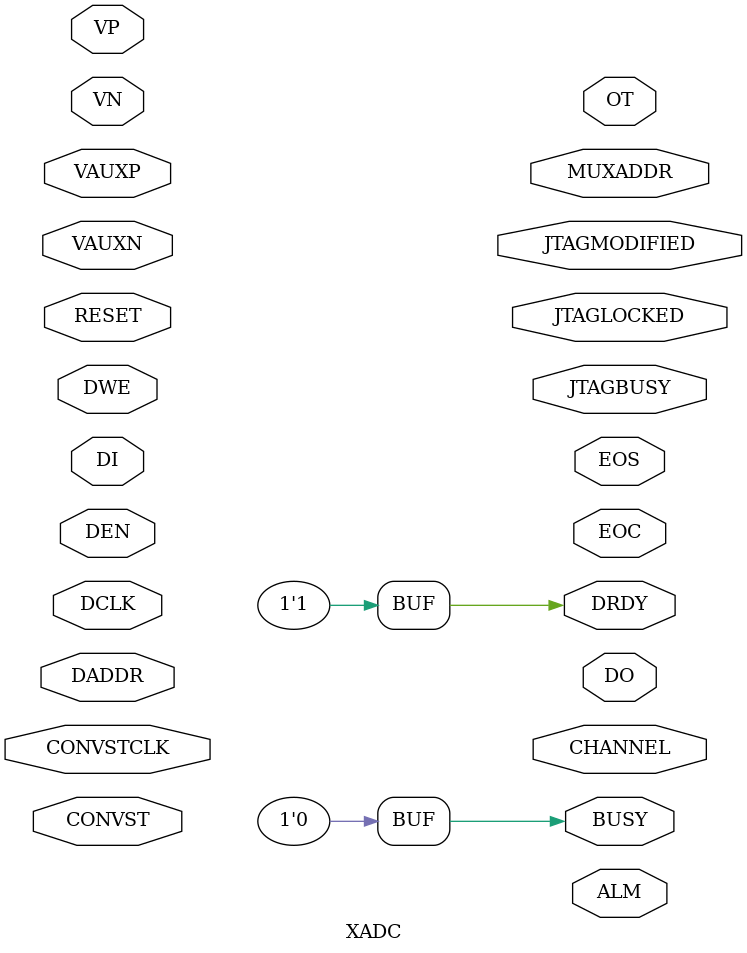
<source format=v>
`timescale 1ps / 1ps

module XADC (
        ALM,
        BUSY,
        CHANNEL,
        DO,
        DRDY,
        EOC,
        EOS,
        JTAGBUSY,
        JTAGLOCKED,
        JTAGMODIFIED,
        MUXADDR,
        OT,
        CONVST,
        CONVSTCLK,
        DADDR,
        DCLK,
        DEN,
        DI,
        DWE,
        RESET,
        VAUXN,
        VAUXP,
        VN,
        VP

);

  output BUSY;
  output DRDY;
  output EOC;
  output EOS;
  output JTAGBUSY;
  output JTAGLOCKED;
  output JTAGMODIFIED;
  output OT;
  output [15:0] DO;
  output [7:0] ALM;
  output [4:0] CHANNEL;
  output [4:0] MUXADDR;

  input CONVST;
  input CONVSTCLK;
  input DCLK;
  input DEN;
  input DWE;
  input RESET;
  input VN;
  input VP;
  input [15:0] DI;
  input [15:0] VAUXN;
  input [15:0] VAUXP;
  input [6:0] DADDR;

  parameter  [15:0] INIT_40 = 16'h0;
  parameter  [15:0] INIT_41 = 16'h0;
  parameter  [15:0] INIT_42 = 16'h0800;
  parameter  [15:0] INIT_43 = 16'h0;
  parameter  [15:0] INIT_44 = 16'h0;
  parameter  [15:0] INIT_45 = 16'h0;
  parameter  [15:0] INIT_46 = 16'h0;
  parameter  [15:0] INIT_47 = 16'h0;
  parameter  [15:0] INIT_48 = 16'h0;
  parameter  [15:0] INIT_49 = 16'h0;
  parameter  [15:0] INIT_4A = 16'h0;
  parameter  [15:0] INIT_4B = 16'h0;
  parameter  [15:0] INIT_4C = 16'h0;
  parameter  [15:0] INIT_4D = 16'h0;
  parameter  [15:0] INIT_4E = 16'h0;
  parameter  [15:0] INIT_4F = 16'h0;
  parameter  [15:0] INIT_50 = 16'h0;
  parameter  [15:0] INIT_51 = 16'h0;
  parameter  [15:0] INIT_52 = 16'h0;
  parameter  [15:0] INIT_53 = 16'h0;
  parameter  [15:0] INIT_54 = 16'h0;
  parameter  [15:0] INIT_55 = 16'h0;
  parameter  [15:0] INIT_56 = 16'h0;
  parameter  [15:0] INIT_57 = 16'h0;
  parameter  [15:0] INIT_58 = 16'h0;
  parameter  [15:0] INIT_59 = 16'h0;
  parameter  [15:0] INIT_5A = 16'h0;
  parameter  [15:0] INIT_5B = 16'h0;
  parameter  [15:0] INIT_5C = 16'h0;
  parameter  [15:0] INIT_5D = 16'h0;
  parameter  [15:0] INIT_5E = 16'h0;
  parameter  [15:0] INIT_5F = 16'h0;

   assign BUSY = 1'b0;
   assign DRDY = 1'b1;

endmodule
</source>
